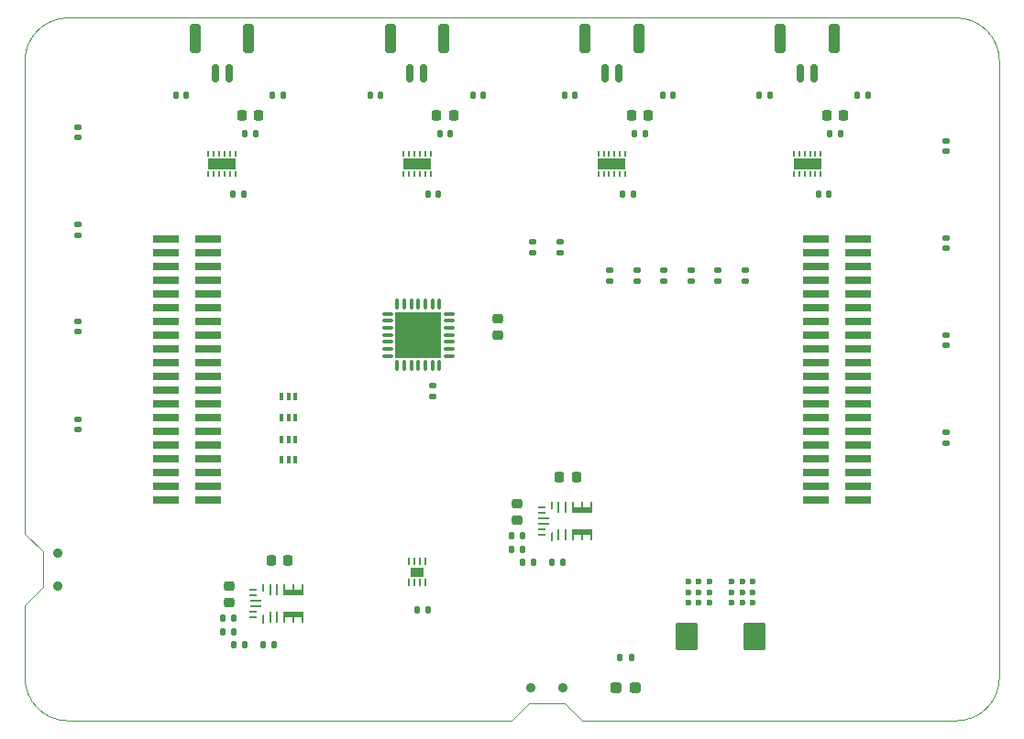
<source format=gts>
G04 #@! TF.GenerationSoftware,KiCad,Pcbnew,(5.99.0-10928-g75ce97e260)*
G04 #@! TF.CreationDate,2021-06-09T11:05:27-04:00*
G04 #@! TF.ProjectId,FlySensei_Stack_Actuation_ECAD,466c7953-656e-4736-9569-5f537461636b,0.1*
G04 #@! TF.SameCoordinates,Original*
G04 #@! TF.FileFunction,Soldermask,Top*
G04 #@! TF.FilePolarity,Negative*
%FSLAX46Y46*%
G04 Gerber Fmt 4.6, Leading zero omitted, Abs format (unit mm)*
G04 Created by KiCad (PCBNEW (5.99.0-10928-g75ce97e260)) date 2021-06-09 11:05:27*
%MOMM*%
%LPD*%
G01*
G04 APERTURE LIST*
G04 Aperture macros list*
%AMRoundRect*
0 Rectangle with rounded corners*
0 $1 Rounding radius*
0 $2 $3 $4 $5 $6 $7 $8 $9 X,Y pos of 4 corners*
0 Add a 4 corners polygon primitive as box body*
4,1,4,$2,$3,$4,$5,$6,$7,$8,$9,$2,$3,0*
0 Add four circle primitives for the rounded corners*
1,1,$1+$1,$2,$3*
1,1,$1+$1,$4,$5*
1,1,$1+$1,$6,$7*
1,1,$1+$1,$8,$9*
0 Add four rect primitives between the rounded corners*
20,1,$1+$1,$2,$3,$4,$5,0*
20,1,$1+$1,$4,$5,$6,$7,0*
20,1,$1+$1,$6,$7,$8,$9,0*
20,1,$1+$1,$8,$9,$2,$3,0*%
%AMOutline5P*
0 Free polygon, 5 corners , with rotation*
0 The origin of the aperture is its center*
0 number of corners: always 8*
0 $1 to $10 corner X, Y*
0 $11 Rotation angle, in degrees counterclockwise*
0 create outline with 8 corners*
4,1,5,$1,$2,$3,$4,$5,$6,$7,$8,$9,$10,$1,$2,$11*%
%AMOutline6P*
0 Free polygon, 6 corners , with rotation*
0 The origin of the aperture is its center*
0 number of corners: always 6*
0 $1 to $12 corner X, Y*
0 $13 Rotation angle, in degrees counterclockwise*
0 create outline with 6 corners*
4,1,6,$1,$2,$3,$4,$5,$6,$7,$8,$9,$10,$11,$12,$1,$2,$13*%
%AMOutline7P*
0 Free polygon, 7 corners , with rotation*
0 The origin of the aperture is its center*
0 number of corners: always 7*
0 $1 to $14 corner X, Y*
0 $15 Rotation angle, in degrees counterclockwise*
0 create outline with 7 corners*
4,1,7,$1,$2,$3,$4,$5,$6,$7,$8,$9,$10,$11,$12,$13,$14,$1,$2,$15*%
%AMOutline8P*
0 Free polygon, 8 corners , with rotation*
0 The origin of the aperture is its center*
0 number of corners: always 8*
0 $1 to $16 corner X, Y*
0 $17 Rotation angle, in degrees counterclockwise*
0 create outline with 8 corners*
4,1,8,$1,$2,$3,$4,$5,$6,$7,$8,$9,$10,$11,$12,$13,$14,$15,$16,$1,$2,$17*%
G04 Aperture macros list end*
G04 #@! TA.AperFunction,Profile*
%ADD10C,0.100000*%
G04 #@! TD*
%ADD11R,0.250000X0.500000*%
%ADD12R,2.650000X1.000000*%
%ADD13RoundRect,0.140000X-0.170000X0.140000X-0.170000X-0.140000X0.170000X-0.140000X0.170000X0.140000X0*%
%ADD14RoundRect,0.135000X0.185000X-0.135000X0.185000X0.135000X-0.185000X0.135000X-0.185000X-0.135000X0*%
%ADD15RoundRect,0.135000X-0.135000X-0.185000X0.135000X-0.185000X0.135000X0.185000X-0.135000X0.185000X0*%
%ADD16RoundRect,0.225000X0.225000X0.250000X-0.225000X0.250000X-0.225000X-0.250000X0.225000X-0.250000X0*%
%ADD17RoundRect,0.140000X0.170000X-0.140000X0.170000X0.140000X-0.170000X0.140000X-0.170000X-0.140000X0*%
%ADD18R,0.254000X0.711200*%
%ADD19R,1.295400X0.889000*%
%ADD20RoundRect,0.140000X-0.140000X-0.170000X0.140000X-0.170000X0.140000X0.170000X-0.140000X0.170000X0*%
%ADD21RoundRect,0.225000X-0.225000X-0.250000X0.225000X-0.250000X0.225000X0.250000X-0.225000X0.250000X0*%
%ADD22RoundRect,0.135000X0.135000X0.185000X-0.135000X0.185000X-0.135000X-0.185000X0.135000X-0.185000X0*%
%ADD23RoundRect,0.150000X0.150000X0.700000X-0.150000X0.700000X-0.150000X-0.700000X0.150000X-0.700000X0*%
%ADD24RoundRect,0.250000X0.250000X1.100000X-0.250000X1.100000X-0.250000X-1.100000X0.250000X-1.100000X0*%
%ADD25RoundRect,0.225000X0.250000X-0.225000X0.250000X0.225000X-0.250000X0.225000X-0.250000X-0.225000X0*%
%ADD26RoundRect,0.075000X-0.075000X0.437500X-0.075000X-0.437500X0.075000X-0.437500X0.075000X0.437500X0*%
%ADD27RoundRect,0.075000X-0.437500X0.075000X-0.437500X-0.075000X0.437500X-0.075000X0.437500X0.075000X0*%
%ADD28R,4.250000X4.250000*%
%ADD29Outline5P,-0.400000X-0.125000X-0.400000X0.125000X0.275000X0.125000X0.400000X0.000000X0.400000X-0.125000X90.000000*%
%ADD30R,0.250000X1.100000*%
%ADD31R,1.950000X0.600000*%
%ADD32R,0.250000X0.700000*%
%ADD33R,0.700000X0.250000*%
%ADD34R,1.100000X0.250000*%
%ADD35RoundRect,0.250000X0.787500X1.025000X-0.787500X1.025000X-0.787500X-1.025000X0.787500X-1.025000X0*%
%ADD36R,2.400000X0.740000*%
%ADD37RoundRect,0.135000X-0.185000X0.135000X-0.185000X-0.135000X0.185000X-0.135000X0.185000X0.135000X0*%
%ADD38R,0.400000X0.650000*%
%ADD39RoundRect,0.237500X0.287500X0.237500X-0.287500X0.237500X-0.287500X-0.237500X0.287500X-0.237500X0*%
%ADD40C,0.900000*%
%ADD41C,0.600000*%
G04 APERTURE END LIST*
D10*
X136550000Y-128350000D02*
X134900000Y-130000000D01*
X136550000Y-128350000D02*
X139850000Y-128350000D01*
X139850000Y-128350000D02*
X141500000Y-130000000D01*
X91650000Y-114350000D02*
X91650000Y-117650000D01*
X180000000Y-69000000D02*
X180000000Y-126000000D01*
X180000000Y-69000000D02*
G75*
G03*
X176000000Y-65000000I-4000000J0D01*
G01*
X91650000Y-114350000D02*
X90000000Y-112700000D01*
X141500000Y-130000000D02*
X176000000Y-130000000D01*
X94000000Y-65000000D02*
X176000000Y-65000000D01*
X91650000Y-117650000D02*
X90000000Y-119300000D01*
X90000000Y-126000000D02*
G75*
G03*
X94000000Y-130000000I4000000J0D01*
G01*
X134900000Y-130000000D02*
X94000000Y-130000000D01*
X94000000Y-65000000D02*
G75*
G03*
X90000000Y-69000000I0J-4000000D01*
G01*
X176000000Y-130000000D02*
G75*
G03*
X180000000Y-126000000I0J4000000D01*
G01*
X90000000Y-119300000D02*
X90000000Y-126000000D01*
X90000000Y-112700000D02*
X90000000Y-69000000D01*
D11*
G04 #@! TO.C,U3*
X145450000Y-77550000D03*
X144950000Y-77550000D03*
X144450000Y-77550000D03*
X143950000Y-77550000D03*
X143450000Y-77550000D03*
X142950000Y-77550000D03*
X142950000Y-79450000D03*
X143450000Y-79450000D03*
X143950000Y-79450000D03*
X144450000Y-79450000D03*
X144950000Y-79450000D03*
X145450000Y-79450000D03*
D12*
X144200000Y-78500000D03*
G04 #@! TD*
D13*
G04 #@! TO.C,C25*
X175100000Y-76395000D03*
X175100000Y-77355000D03*
G04 #@! TD*
D14*
G04 #@! TO.C,R6*
X156500000Y-89310000D03*
X156500000Y-88290000D03*
G04 #@! TD*
D15*
G04 #@! TO.C,R15*
X109315000Y-122975000D03*
X110335000Y-122975000D03*
G04 #@! TD*
D16*
G04 #@! TO.C,C32*
X140920000Y-107475000D03*
X139370000Y-107475000D03*
G04 #@! TD*
D17*
G04 #@! TO.C,C14*
X94900000Y-76080000D03*
X94900000Y-75120000D03*
G04 #@! TD*
D18*
G04 #@! TO.C,U8*
X125488000Y-117235350D03*
X125996000Y-117235350D03*
X126504000Y-117235350D03*
X127012000Y-117235350D03*
X127012000Y-115228750D03*
X126504000Y-115228750D03*
X125996000Y-115228750D03*
X125488000Y-115228750D03*
D19*
X126250000Y-116232050D03*
G04 #@! TD*
D11*
G04 #@! TO.C,U5*
X109450000Y-77550000D03*
X108950000Y-77550000D03*
X108450000Y-77550000D03*
X107950000Y-77550000D03*
X107450000Y-77550000D03*
X106950000Y-77550000D03*
X106950000Y-79450000D03*
X107450000Y-79450000D03*
X107950000Y-79450000D03*
X108450000Y-79450000D03*
X108950000Y-79450000D03*
X109450000Y-79450000D03*
D12*
X108200000Y-78500000D03*
G04 #@! TD*
D20*
G04 #@! TO.C,C21*
X139820000Y-72150000D03*
X140780000Y-72150000D03*
G04 #@! TD*
G04 #@! TO.C,C19*
X157820000Y-72150000D03*
X158780000Y-72150000D03*
G04 #@! TD*
D21*
G04 #@! TO.C,C8*
X128025000Y-74050000D03*
X129575000Y-74050000D03*
G04 #@! TD*
D11*
G04 #@! TO.C,U2*
X163500000Y-77550000D03*
X163000000Y-77550000D03*
X162500000Y-77550000D03*
X162000000Y-77550000D03*
X161500000Y-77550000D03*
X161000000Y-77550000D03*
X161000000Y-79450000D03*
X161500000Y-79450000D03*
X162000000Y-79450000D03*
X162500000Y-79450000D03*
X163000000Y-79450000D03*
X163500000Y-79450000D03*
D12*
X162250000Y-78500000D03*
G04 #@! TD*
D22*
G04 #@! TO.C,R8*
X145990000Y-124150000D03*
X144970000Y-124150000D03*
G04 #@! TD*
D15*
G04 #@! TO.C,R16*
X112015000Y-122975000D03*
X113035000Y-122975000D03*
G04 #@! TD*
D20*
G04 #@! TO.C,C29*
X103920000Y-72150000D03*
X104880000Y-72150000D03*
G04 #@! TD*
D14*
G04 #@! TO.C,R3*
X149000000Y-89310000D03*
X149000000Y-88290000D03*
G04 #@! TD*
D21*
G04 #@! TO.C,C3*
X146025000Y-74050000D03*
X147575000Y-74050000D03*
G04 #@! TD*
D23*
G04 #@! TO.C,M3*
X108825000Y-70150000D03*
X107575000Y-70150000D03*
D24*
X105725000Y-66950000D03*
X110675000Y-66950000D03*
G04 #@! TD*
D13*
G04 #@! TO.C,C24*
X175100000Y-85344999D03*
X175100000Y-86304999D03*
G04 #@! TD*
D23*
G04 #@! TO.C,M2*
X126825000Y-70150000D03*
X125575000Y-70150000D03*
D24*
X123725000Y-66950000D03*
X128675000Y-66950000D03*
G04 #@! TD*
D14*
G04 #@! TO.C,R4*
X151500000Y-89310000D03*
X151500000Y-88290000D03*
G04 #@! TD*
D20*
G04 #@! TO.C,C6*
X163270000Y-81300000D03*
X164230000Y-81300000D03*
G04 #@! TD*
G04 #@! TO.C,C10*
X128320000Y-75750000D03*
X129280000Y-75750000D03*
G04 #@! TD*
D21*
G04 #@! TO.C,C2*
X164050000Y-74050000D03*
X165600000Y-74050000D03*
G04 #@! TD*
D25*
G04 #@! TO.C,C33*
X108825000Y-119075000D03*
X108825000Y-117525000D03*
G04 #@! TD*
D17*
G04 #@! TO.C,C17*
X94900000Y-103055000D03*
X94900000Y-102095000D03*
G04 #@! TD*
D14*
G04 #@! TO.C,R1*
X144000000Y-89310000D03*
X144000000Y-88290000D03*
G04 #@! TD*
D26*
G04 #@! TO.C,U1*
X128275000Y-91487499D03*
X127625000Y-91487499D03*
X126975000Y-91487499D03*
X126325000Y-91487499D03*
X125675000Y-91487499D03*
X125025000Y-91487499D03*
X124375000Y-91487499D03*
D27*
X123487500Y-92374999D03*
X123487500Y-93024999D03*
X123487500Y-93674999D03*
X123487500Y-94324999D03*
X123487500Y-94974999D03*
X123487500Y-95624999D03*
X123487500Y-96274999D03*
D26*
X124375000Y-97162499D03*
X125025000Y-97162499D03*
X125675000Y-97162499D03*
X126325000Y-97162499D03*
X126975000Y-97162499D03*
X127625000Y-97162499D03*
X128275000Y-97162499D03*
D27*
X129162500Y-96274999D03*
X129162500Y-95624999D03*
X129162500Y-94974999D03*
X129162500Y-94324999D03*
X129162500Y-93674999D03*
X129162500Y-93024999D03*
X129162500Y-92374999D03*
D28*
X126325000Y-94324999D03*
G04 #@! TD*
D20*
G04 #@! TO.C,C27*
X121870000Y-72150000D03*
X122830000Y-72150000D03*
G04 #@! TD*
G04 #@! TO.C,C35*
X126245000Y-119750000D03*
X127205000Y-119750000D03*
G04 #@! TD*
D29*
G04 #@! TO.C,U6*
X138635000Y-112925000D03*
D30*
X139285000Y-112775000D03*
X139935000Y-112775000D03*
D31*
X141435000Y-112525000D03*
D30*
X140585000Y-112775000D03*
X141435000Y-112775000D03*
X142285000Y-112775000D03*
D31*
X141435000Y-110525000D03*
D30*
X142285000Y-110275000D03*
X141435000Y-110275000D03*
X140585000Y-110275000D03*
X139935000Y-110275000D03*
X139285000Y-110275000D03*
D32*
X138635000Y-110075000D03*
D33*
X137735000Y-110275000D03*
X137735000Y-110775000D03*
D34*
X137935000Y-111275000D03*
X137935000Y-111775000D03*
D33*
X137735000Y-112275000D03*
X137735000Y-112775000D03*
G04 #@! TD*
D20*
G04 #@! TO.C,C11*
X110320000Y-75750000D03*
X111280000Y-75750000D03*
G04 #@! TD*
D22*
G04 #@! TO.C,R12*
X109325000Y-121750000D03*
X108305000Y-121750000D03*
G04 #@! TD*
D13*
G04 #@! TO.C,C22*
X175100000Y-103345000D03*
X175100000Y-104305000D03*
G04 #@! TD*
D20*
G04 #@! TO.C,C7*
X145220000Y-81300000D03*
X146180000Y-81300000D03*
G04 #@! TD*
D11*
G04 #@! TO.C,U4*
X127450000Y-77550000D03*
X126950000Y-77550000D03*
X126450000Y-77550000D03*
X125950000Y-77550000D03*
X125450000Y-77550000D03*
X124950000Y-77550000D03*
X124950000Y-79450000D03*
X125450000Y-79450000D03*
X125950000Y-79450000D03*
X126450000Y-79450000D03*
X126950000Y-79450000D03*
X127450000Y-79450000D03*
D12*
X126200000Y-78500000D03*
G04 #@! TD*
D35*
G04 #@! TO.C,C30*
X157337500Y-122200000D03*
X151112500Y-122200000D03*
G04 #@! TD*
D15*
G04 #@! TO.C,R13*
X135940000Y-115375000D03*
X136960000Y-115375000D03*
G04 #@! TD*
D14*
G04 #@! TO.C,R2*
X146500000Y-89309999D03*
X146500000Y-88289999D03*
G04 #@! TD*
D36*
G04 #@! TO.C,J3*
X163050000Y-85435000D03*
X166950000Y-85435000D03*
X163050000Y-86705000D03*
X166950000Y-86705000D03*
X163050000Y-87975000D03*
X166950000Y-87975000D03*
X163050000Y-89245000D03*
X166950000Y-89245000D03*
X163050000Y-90515000D03*
X166950000Y-90515000D03*
X163050000Y-91785000D03*
X166950000Y-91785000D03*
X163050000Y-93055000D03*
X166950000Y-93055000D03*
X163050000Y-94325000D03*
X166950000Y-94325000D03*
X163050000Y-95595000D03*
X166950000Y-95595000D03*
X163050000Y-96865000D03*
X166950000Y-96865000D03*
X163050000Y-98135000D03*
X166950000Y-98135000D03*
X163050000Y-99405000D03*
X166950000Y-99405000D03*
X163050000Y-100675000D03*
X166950000Y-100675000D03*
X163050000Y-101945000D03*
X166950000Y-101945000D03*
X163050000Y-103215000D03*
X166950000Y-103215000D03*
X163050000Y-104485000D03*
X166950000Y-104485000D03*
X163050000Y-105755000D03*
X166950000Y-105755000D03*
X163050000Y-107025000D03*
X166950000Y-107025000D03*
X163050000Y-108295000D03*
X166950000Y-108295000D03*
X163050000Y-109565000D03*
X166950000Y-109565000D03*
G04 #@! TD*
D17*
G04 #@! TO.C,C16*
X94900000Y-94030000D03*
X94900000Y-93070000D03*
G04 #@! TD*
D23*
G04 #@! TO.C,M1*
X144825000Y-70100000D03*
X143575000Y-70100000D03*
D24*
X141725000Y-66900000D03*
X146675000Y-66900000D03*
G04 #@! TD*
D14*
G04 #@! TO.C,R7*
X127625000Y-99985000D03*
X127625000Y-98965000D03*
G04 #@! TD*
D20*
G04 #@! TO.C,C13*
X109220000Y-81300000D03*
X110180000Y-81300000D03*
G04 #@! TD*
D29*
G04 #@! TO.C,U7*
X112000000Y-120550000D03*
D30*
X112650000Y-120400000D03*
X113300000Y-120400000D03*
X113950000Y-120400000D03*
D31*
X114800000Y-120150000D03*
D30*
X114800000Y-120400000D03*
X115650000Y-120400000D03*
D31*
X114800000Y-118150000D03*
D30*
X115650000Y-117900000D03*
X114800000Y-117900000D03*
X113950000Y-117900000D03*
X113300000Y-117900000D03*
X112650000Y-117900000D03*
D32*
X112000000Y-117700000D03*
D33*
X111100000Y-117900000D03*
X111100000Y-118400000D03*
D34*
X111300000Y-118900000D03*
X111300000Y-119400000D03*
D33*
X111100000Y-119900000D03*
X111100000Y-120400000D03*
G04 #@! TD*
D20*
G04 #@! TO.C,C4*
X164345000Y-75750000D03*
X165305000Y-75750000D03*
G04 #@! TD*
G04 #@! TO.C,C5*
X146320000Y-75750000D03*
X147280000Y-75750000D03*
G04 #@! TD*
D25*
G04 #@! TO.C,C31*
X135410000Y-111450000D03*
X135410000Y-109900000D03*
G04 #@! TD*
G04 #@! TO.C,C1*
X133700000Y-94325000D03*
X133700000Y-92775000D03*
G04 #@! TD*
D20*
G04 #@! TO.C,C12*
X127220000Y-81300000D03*
X128180000Y-81300000D03*
G04 #@! TD*
D23*
G04 #@! TO.C,M0*
X162875000Y-70125000D03*
X161625000Y-70125000D03*
D24*
X164725000Y-66925000D03*
X159775000Y-66925000D03*
G04 #@! TD*
D15*
G04 #@! TO.C,R9*
X134900000Y-112900000D03*
X135920000Y-112900000D03*
G04 #@! TD*
G04 #@! TO.C,R10*
X108305000Y-120525000D03*
X109325000Y-120525000D03*
G04 #@! TD*
D17*
G04 #@! TO.C,C15*
X94900000Y-85080000D03*
X94900000Y-84120000D03*
G04 #@! TD*
D20*
G04 #@! TO.C,C20*
X148870000Y-72150000D03*
X149830000Y-72150000D03*
G04 #@! TD*
G04 #@! TO.C,C28*
X112870000Y-72150000D03*
X113830000Y-72150000D03*
G04 #@! TD*
D37*
G04 #@! TO.C,R18*
X136900000Y-85665000D03*
X136900000Y-86685000D03*
G04 #@! TD*
G04 #@! TO.C,R17*
X139400000Y-85665000D03*
X139400000Y-86685000D03*
G04 #@! TD*
D16*
G04 #@! TO.C,C34*
X114275000Y-115200000D03*
X112725000Y-115200000D03*
G04 #@! TD*
D21*
G04 #@! TO.C,C9*
X110025000Y-74050000D03*
X111575000Y-74050000D03*
G04 #@! TD*
D38*
G04 #@! TO.C,U10*
X115000000Y-103950000D03*
X114350000Y-103950000D03*
X113700000Y-103950000D03*
X113700000Y-105850000D03*
X114350000Y-105850000D03*
X115000000Y-105850000D03*
G04 #@! TD*
D36*
G04 #@! TO.C,J1*
X103050000Y-85435000D03*
X106950000Y-85435000D03*
X103050000Y-86705000D03*
X106950000Y-86705000D03*
X103050000Y-87975000D03*
X106950000Y-87975000D03*
X103050000Y-89245000D03*
X106950000Y-89245000D03*
X103050000Y-90515000D03*
X106950000Y-90515000D03*
X103050000Y-91785000D03*
X106950000Y-91785000D03*
X103050000Y-93055000D03*
X106950000Y-93055000D03*
X103050000Y-94325000D03*
X106950000Y-94325000D03*
X103050000Y-95595000D03*
X106950000Y-95595000D03*
X103050000Y-96865000D03*
X106950000Y-96865000D03*
X103050000Y-98135000D03*
X106950000Y-98135000D03*
X103050000Y-99405000D03*
X106950000Y-99405000D03*
X103050000Y-100675000D03*
X106950000Y-100675000D03*
X103050000Y-101945000D03*
X106950000Y-101945000D03*
X103050000Y-103215000D03*
X106950000Y-103215000D03*
X103050000Y-104485000D03*
X106950000Y-104485000D03*
X103050000Y-105755000D03*
X106950000Y-105755000D03*
X103050000Y-107025000D03*
X106950000Y-107025000D03*
X103050000Y-108295000D03*
X106950000Y-108295000D03*
X103050000Y-109565000D03*
X106950000Y-109565000D03*
G04 #@! TD*
D20*
G04 #@! TO.C,C26*
X131350000Y-72150000D03*
X132310000Y-72150000D03*
G04 #@! TD*
G04 #@! TO.C,C18*
X166895000Y-72125000D03*
X167855000Y-72125000D03*
G04 #@! TD*
D15*
G04 #@! TO.C,R14*
X138640000Y-115375000D03*
X139660000Y-115375000D03*
G04 #@! TD*
D14*
G04 #@! TO.C,R5*
X154000000Y-89310000D03*
X154000000Y-88290000D03*
G04 #@! TD*
D38*
G04 #@! TO.C,U9*
X115000000Y-100050000D03*
X114350000Y-100050000D03*
X113700000Y-100050000D03*
X113700000Y-101950000D03*
X114350000Y-101950000D03*
X115000000Y-101950000D03*
G04 #@! TD*
D39*
G04 #@! TO.C,D1*
X146350000Y-126900000D03*
X144600000Y-126900000D03*
G04 #@! TD*
D13*
G04 #@! TO.C,C23*
X175100000Y-94345000D03*
X175100000Y-95305000D03*
G04 #@! TD*
D22*
G04 #@! TO.C,R11*
X135930000Y-114150000D03*
X134910000Y-114150000D03*
G04 #@! TD*
D40*
G04 #@! TO.C,SW2*
X93045000Y-117500000D03*
X93045000Y-114500000D03*
G04 #@! TD*
G04 #@! TO.C,SW1*
X139700000Y-126955000D03*
X136700000Y-126955000D03*
G04 #@! TD*
D41*
G04 #@! TO.C,TP19*
X155250000Y-118100000D03*
X157250000Y-118100000D03*
X157250000Y-119100000D03*
X156250000Y-118100000D03*
X156250000Y-117100000D03*
X155250000Y-117100000D03*
X157250000Y-117100000D03*
X156250000Y-119100000D03*
X155250000Y-119100000D03*
G04 #@! TD*
G04 #@! TO.C,TP20*
X153250000Y-119100000D03*
X152250000Y-117100000D03*
X151250000Y-117100000D03*
X151250000Y-118100000D03*
X153250000Y-117100000D03*
X153250000Y-118100000D03*
X152250000Y-118100000D03*
X151250000Y-119100000D03*
X152250000Y-119100000D03*
G04 #@! TD*
M02*

</source>
